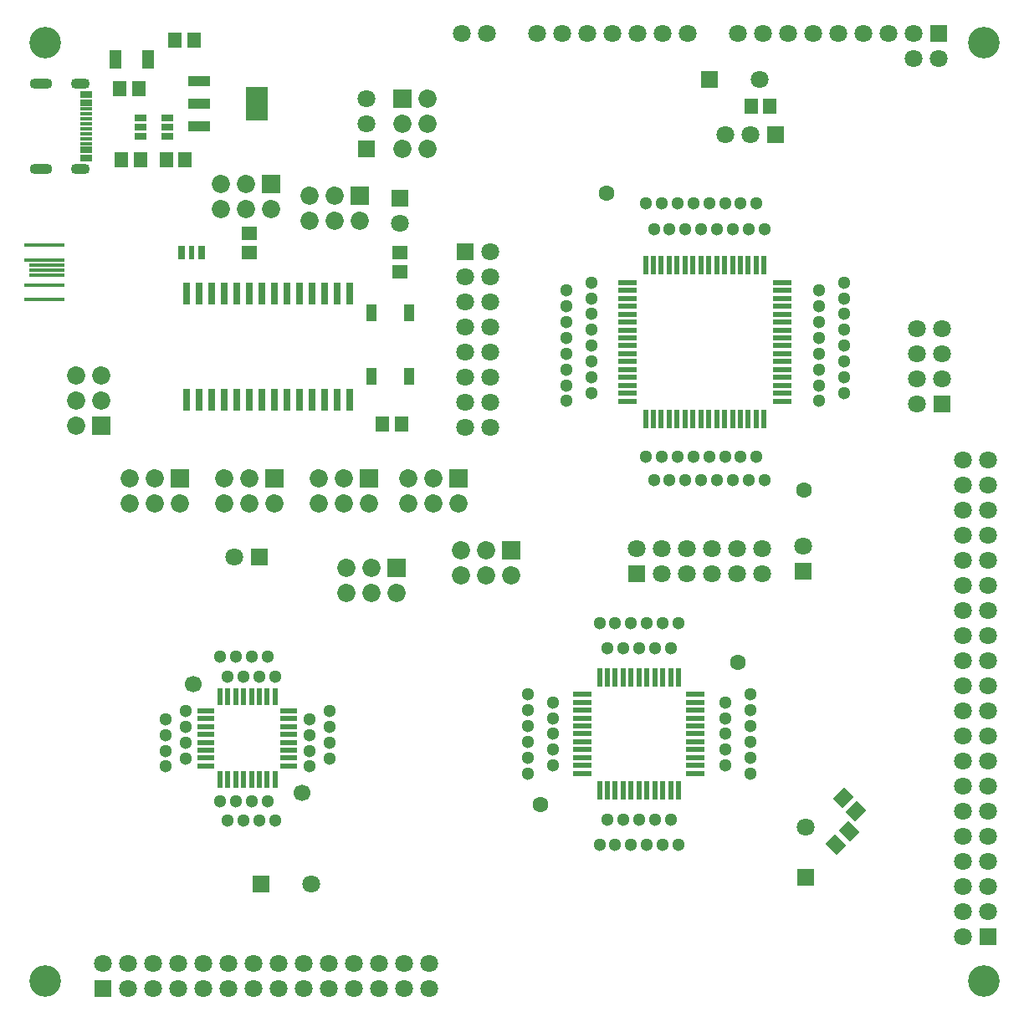
<source format=gbr>
G04 DipTrace 4.2.0.0*
G04 Top Mask.gbr*
%MOMM*%
G04 #@! TF.FileFunction,Soldermask,Top*
G04 #@! TF.Part,Single*
%AMOUTLINE1*
4,1,4,
-0.07071,1.06066,
1.06066,-0.07071,
0.07071,-1.06066,
-1.06066,0.07071,
-0.07071,1.06066,
0*%
%AMOUTLINE4*
4,1,4,
1.06066,0.07073,
-0.07069,-1.06066,
-1.06066,-0.07073,
0.07069,1.06066,
1.06066,0.07073,
0*%
%ADD59C,3.2*%
%ADD60C,1.6*%
%ADD61C,1.7*%
%ADD66R,0.5X1.4*%
%ADD68R,0.7X1.4*%
%ADD70R,1.2X0.7*%
%ADD72R,2.25X3.35*%
%ADD74R,2.25X1.05*%
%ADD76R,0.7X2.25*%
%ADD78R,0.6X1.9*%
%ADD80R,1.9X0.6*%
%ADD82R,1.8X0.6*%
%ADD84R,0.6X1.8*%
%ADD86R,1.1X1.7*%
%ADD88O,2.3X1.1*%
%ADD90O,1.9X1.1*%
%ADD92R,1.25X0.7*%
%ADD94R,1.25X0.4*%
%ADD96C,1.85*%
%ADD98R,1.85X1.85*%
%ADD100R,4.1X0.35*%
%ADD102R,3.6X0.35*%
%ADD108R,1.6706X1.6706*%
%ADD112C,1.3*%
%ADD114C,1.8*%
%ADD116R,1.8X1.8*%
%ADD118R,1.3X1.9*%
%ADD119R,1.4X1.6*%
%ADD121R,1.6X1.4*%
%ADD127OUTLINE1*%
%ADD130OUTLINE4*%
%FSLAX35Y35*%
G04*
G71*
G90*
G75*
G01*
G04 TopMask*
%LPD*%
D127*
X9382635Y2762625D3*
X9248285Y2628275D3*
D130*
X9458347Y2966660D3*
X9323993Y3101007D3*
D119*
X4855000Y6890000D3*
X4665000D3*
X2665000Y9560000D3*
X2475000D3*
X2755000Y10770000D3*
X2565000D3*
D121*
X3320000Y8815000D3*
Y8625000D3*
D118*
X2295000Y10580004D3*
X1965000Y10579996D3*
D59*
X10750000Y10750000D3*
Y1250000D3*
X1250000Y10750000D3*
Y1250000D3*
D116*
X7235000Y5373000D3*
D114*
Y5627000D3*
X7489000Y5373000D3*
Y5627000D3*
X7743000Y5373000D3*
Y5627000D3*
X7997000Y5373000D3*
Y5627000D3*
X8251000Y5373000D3*
Y5627000D3*
X8505000Y5373000D3*
Y5627000D3*
D112*
X6135000Y3350000D3*
X6389000Y3430000D3*
X6135000Y3510000D3*
X6389000Y3590000D3*
X6135000Y3670000D3*
X6389000Y3750000D3*
X6135000Y3830000D3*
X6389000Y3910000D3*
X6135000Y3990000D3*
X6389000Y4070000D3*
X6135000Y4150000D3*
X8131000Y3430000D3*
Y3590000D3*
Y3750000D3*
Y3910000D3*
Y4070000D3*
X8385000Y3350000D3*
Y3510000D3*
Y3670000D3*
Y3830000D3*
Y3990000D3*
Y4150000D3*
X7660000Y2625000D3*
X7580000Y2879000D3*
X7500000Y2625000D3*
X7420000Y2879000D3*
X7340000Y2625000D3*
X7260000Y2879000D3*
X7180000Y2625000D3*
X7100000Y2879000D3*
X7020000Y2625000D3*
X6940000Y2879000D3*
X6860000Y2625000D3*
X7580000Y4621000D3*
X7420000D3*
X7260000D3*
X7100000D3*
X6940000D3*
X7660000Y4875000D3*
X7500000D3*
X7340000D3*
X7180000D3*
X7020000D3*
X6860000D3*
D60*
X6260000Y3030000D3*
X8260000Y4470000D3*
D112*
X9081000Y7120000D3*
X9335000Y7200000D3*
X9081000Y7280000D3*
X9335000Y7360000D3*
X9081000Y7440000D3*
X9335000Y7520000D3*
X9081000Y7600000D3*
X9335000Y7680000D3*
X9081000Y7760000D3*
X9335000Y7840000D3*
X9081000Y7920000D3*
X9335000Y8000000D3*
X9081000Y8080000D3*
X9335000Y8160000D3*
X9081000Y8240000D3*
X9335000Y8320000D3*
X6525000Y7120000D3*
X6779000Y7200000D3*
Y7360000D3*
Y7520000D3*
Y7680000D3*
Y7840000D3*
Y8000000D3*
Y8160000D3*
Y8320000D3*
X6525000Y7280000D3*
Y7440000D3*
Y7600000D3*
Y7760000D3*
Y7920000D3*
Y8080000D3*
Y8240000D3*
X7330000Y9125000D3*
X7490000D3*
X7650000D3*
X7810000D3*
X7970000D3*
X8130000D3*
X8290000D3*
X8450000D3*
X7410000Y8857000D3*
X7570000D3*
X7730000D3*
X7890000D3*
X8050000D3*
X8210000D3*
X8370000D3*
X8530000D3*
X8450000Y6555000D3*
X7330000D3*
X7490000D3*
X7650000D3*
X7810000D3*
X7970000D3*
X8130000D3*
X8290000D3*
X8530000Y6315000D3*
X7410000D3*
X7570000D3*
X7730000D3*
X7890000D3*
X8050000D3*
X8210000D3*
X8370000D3*
D60*
X8930000Y6220000D3*
X6930000Y9220000D3*
D116*
X5503000Y8629000D3*
D114*
X5757000D3*
X5503000Y8375000D3*
X5757000D3*
X5503000Y8121000D3*
X5757000D3*
X5503000Y7867000D3*
X5757000D3*
X5503000Y7613000D3*
X5757000D3*
X5503000Y7359000D3*
X5757000D3*
X5503000Y7105000D3*
X5757000D3*
X5503000Y6851000D3*
X5757000D3*
D112*
X2470000Y3420000D3*
Y3580000D3*
Y3740000D3*
Y3900000D3*
X2670000Y3500000D3*
Y3660000D3*
Y3820000D3*
Y3980000D3*
X4130000Y3500000D3*
Y3660000D3*
Y3820000D3*
Y3980000D3*
X3930000Y3420000D3*
Y3580000D3*
Y3740000D3*
Y3900000D3*
X3580000Y2870000D3*
X3420000D3*
X3260000D3*
X3100000D3*
X3500000Y3070000D3*
X3340000D3*
X3180000D3*
X3020000D3*
X3580000Y4330000D3*
X3420000D3*
X3260000D3*
X3100000D3*
X3500000Y4530000D3*
X3340000D3*
X3180000D3*
X3020000D3*
D61*
X2750000Y4250000D3*
X3850000Y3150000D3*
D116*
X10327000Y7089000D3*
D114*
X10073000D3*
X10327000Y7343000D3*
X10073000D3*
X10327000Y7597000D3*
X10073000D3*
X10327000Y7851000D3*
X10073000D3*
D116*
X8644000Y9820000D3*
D114*
X8390000D3*
X8136000D3*
D116*
X3417000Y5540000D3*
D114*
X3163000D3*
X10540000Y1697000D3*
Y1951000D3*
Y2205000D3*
Y2459000D3*
Y2713000D3*
Y2967000D3*
Y3221000D3*
Y3475000D3*
Y3729000D3*
Y3983000D3*
Y4237000D3*
Y4491000D3*
Y4745000D3*
Y4999000D3*
Y5253000D3*
Y5507000D3*
Y5761000D3*
Y6015000D3*
Y6269000D3*
Y6523000D3*
D108*
X10794000Y1697000D3*
D114*
Y1951000D3*
Y2205000D3*
Y2459000D3*
Y2713000D3*
Y2967000D3*
Y3221000D3*
Y3475000D3*
Y3729000D3*
Y4237000D3*
Y4491000D3*
Y4745000D3*
Y4999000D3*
Y5253000D3*
Y5507000D3*
Y5761000D3*
Y6269000D3*
Y6523000D3*
Y3983000D3*
Y6015000D3*
X10039000Y10590000D3*
X10293000D3*
D108*
Y10844000D3*
D114*
X10039000D3*
X9785000D3*
X9531000D3*
X9277000D3*
X9023000D3*
X8769000D3*
X8515000D3*
X8261000D3*
X7753000D3*
X7499000D3*
X7245000D3*
X6991000D3*
X6737000D3*
X6483000D3*
X6229000D3*
X5721000D3*
X5467000D3*
X1834331Y1423098D3*
X2088331Y1423106D3*
X2342331Y1423113D3*
X2596331Y1423121D3*
X2850331Y1423128D3*
X3104331Y1423135D3*
X3358331Y1423143D3*
X3612331Y1423150D3*
X3866331Y1423158D3*
X4120331Y1423165D3*
X4374331Y1423173D3*
X4628331Y1423180D3*
X4882331Y1423188D3*
X5136331Y1423195D3*
D108*
X1834338Y1169098D3*
D114*
X2088338Y1169106D3*
X2342338Y1169113D3*
X2596338Y1169121D3*
X2850338Y1169128D3*
X3104338Y1169135D3*
X3358338Y1169143D3*
X3612338Y1169150D3*
X3866338Y1169158D3*
X4374338Y1169173D3*
X4628338Y1169180D3*
X4882338Y1169188D3*
X5136338Y1169195D3*
X4120338Y1169165D3*
D116*
X8920000Y5393000D3*
D114*
Y5647000D3*
D102*
X1270000Y8395000D3*
Y8445000D3*
Y8495000D3*
D100*
X1245000Y8145000D3*
Y8295000D3*
Y8545000D3*
Y8695000D3*
D98*
X5434000Y6337000D3*
D96*
X5180000D3*
X4926000D3*
Y6083000D3*
X5180000D3*
X5434000D3*
D116*
X4840000Y9172823D3*
D114*
Y8918823D3*
D98*
X4863000Y10184000D3*
D96*
Y9930000D3*
Y9676000D3*
X5117000D3*
Y9930000D3*
Y10184000D3*
D98*
X4810163Y5434117D3*
D96*
X4556163D3*
X4302163D3*
Y5180117D3*
X4556163D3*
X4810163D3*
D116*
X4500005Y9676000D3*
D114*
X4500000Y9930000D3*
X4499995Y10184000D3*
D98*
X5963557Y5608587D3*
D96*
X5709557D3*
X5455557D3*
Y5354587D3*
X5709557D3*
X5963557D3*
D98*
X4433997Y9197249D3*
D96*
X4179997Y9197243D3*
X3925997Y9197238D3*
X3926003Y8943238D3*
X4180003Y8943243D3*
X4434003Y8943249D3*
D98*
X4524000Y6337000D3*
D96*
X4270000D3*
X4016000D3*
Y6083000D3*
X4270000D3*
X4524000D3*
D98*
X3540481Y9318229D3*
D96*
X3286481Y9318223D3*
X3032481Y9318218D3*
X3032486Y9064218D3*
X3286486Y9064223D3*
X3540486Y9064229D3*
D98*
X3574000Y6337000D3*
D96*
X3320000D3*
X3066000D3*
Y6083000D3*
X3320000D3*
X3574000D3*
D94*
X1665000Y10075000D3*
Y10025000D3*
Y9975000D3*
Y9925000D3*
Y9875000D3*
Y9825000D3*
Y9775000D3*
Y9725000D3*
D92*
Y10140000D3*
Y9660000D3*
Y10220000D3*
Y9580000D3*
D90*
X1607500Y10332000D3*
Y9468000D3*
D88*
X1207500Y10332000D3*
Y9468000D3*
D98*
X2614000Y6337000D3*
D96*
X2360000D3*
X2106000D3*
Y6083000D3*
X2360000D3*
X2614000D3*
D98*
X1816028Y6870346D3*
D96*
X1816023Y7124346D3*
X1816019Y7378346D3*
X1562019Y7378341D3*
X1562023Y7124341D3*
X1562028Y6870341D3*
D119*
X8393017Y10107530D3*
X8583017D3*
D121*
X4840000Y8620000D3*
Y8430000D3*
D119*
X2007247Y10280000D3*
X2197247D3*
X2025000Y9560000D3*
X2215000D3*
D86*
X4550006Y7369997D3*
X4549994Y8009997D3*
X4929994Y8010003D3*
X4930006Y7370003D3*
D84*
X3018000Y3284000D3*
X3098000D3*
X3178000D3*
X3258000D3*
X3338000D3*
X3418000D3*
X3498000D3*
X3578000D3*
D82*
X3718000Y3424000D3*
Y3504000D3*
Y3584000D3*
Y3664000D3*
Y3744000D3*
Y3824000D3*
Y3904000D3*
Y3984000D3*
D84*
X3578000Y4124000D3*
X3498000D3*
X3418000D3*
X3338000D3*
X3258000D3*
X3178000D3*
X3098000D3*
X3018000D3*
D82*
X2878000Y3984000D3*
Y3904000D3*
Y3824000D3*
Y3744000D3*
Y3664000D3*
Y3584000D3*
Y3504000D3*
Y3424000D3*
D80*
X8706000Y7118000D3*
Y7198000D3*
Y7278000D3*
Y7358000D3*
Y7438000D3*
Y7518000D3*
Y7598000D3*
Y7678000D3*
Y7758000D3*
Y7838000D3*
Y7918000D3*
Y7998000D3*
Y8078000D3*
Y8158000D3*
Y8238000D3*
Y8318000D3*
D78*
X8526000Y8498000D3*
X8446000D3*
X8366000D3*
X8286000D3*
X8206000D3*
X8126000D3*
X8046000D3*
X7966000D3*
X7886000D3*
X7806000D3*
X7726000D3*
X7646000D3*
X7566000D3*
X7486000D3*
X7406000D3*
X7326000D3*
D80*
X7146000Y8318000D3*
Y8238000D3*
Y8158000D3*
Y8078000D3*
Y7998000D3*
Y7918000D3*
Y7838000D3*
Y7758000D3*
Y7678000D3*
Y7598000D3*
Y7518000D3*
Y7438000D3*
Y7358000D3*
Y7278000D3*
Y7198000D3*
Y7118000D3*
D78*
X7326000Y6938000D3*
X7406000D3*
X7486000D3*
X7566000D3*
X7646000D3*
X7726000D3*
X7806000D3*
X7886000D3*
X7966000D3*
X8046000D3*
X8126000D3*
X8206000D3*
X8286000D3*
X8366000D3*
X8446000D3*
X8526000D3*
X6860000Y3180000D3*
X6940000D3*
X7020000D3*
X7100000D3*
X7180000D3*
X7260000D3*
X7340000D3*
X7420000D3*
X7500000D3*
X7580000D3*
X7660000D3*
D80*
X7830000Y3350000D3*
Y3430000D3*
Y3510000D3*
Y3590000D3*
Y3670000D3*
Y3750000D3*
Y3830000D3*
Y3910000D3*
Y3990000D3*
Y4070000D3*
Y4150000D3*
D78*
X7660000Y4320000D3*
X7580000D3*
X7500000D3*
X7420000D3*
X7340000D3*
X7260000D3*
X7180000D3*
X7100000D3*
X7020000D3*
X6940000D3*
X6860000D3*
D80*
X6690000Y4150000D3*
Y4070000D3*
Y3990000D3*
Y3910000D3*
Y3830000D3*
Y3750000D3*
Y3670000D3*
Y3590000D3*
Y3510000D3*
Y3430000D3*
Y3350000D3*
D76*
X4335500Y8210000D3*
X4208500D3*
X4081500D3*
X3954500D3*
X3827500D3*
X3700500D3*
X3573500D3*
X3446500D3*
X3319500D3*
X3192500D3*
X3065500D3*
X2938500D3*
X2811500D3*
X2684500D3*
Y7130000D3*
X2811500D3*
X2938500D3*
X3065500D3*
X3192500D3*
X3319500D3*
X3446500D3*
X3573500D3*
X3700500D3*
X3827500D3*
X3954500D3*
X4081500D3*
X4208500D3*
X4335500D3*
D74*
X2810000Y10360000D3*
Y10130000D3*
Y9900000D3*
D72*
X3390000Y10130000D3*
D70*
X2215000Y9985000D3*
Y9890000D3*
Y9795000D3*
X2485000D3*
Y9890000D3*
Y9985000D3*
D116*
X3430733Y2230163D3*
D114*
X3938733D3*
D116*
X8942753Y2297653D3*
D114*
Y2805653D3*
D116*
X7971747Y10370979D3*
D114*
X8479747Y10370994D3*
D68*
X2830000Y8620000D3*
X2630000D3*
D66*
X2730000D3*
M02*

</source>
